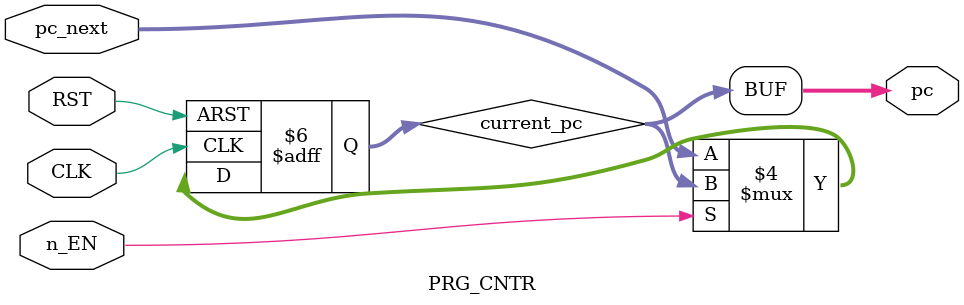
<source format=v>
module PRG_CNTR
#(  parameter N = 32   // Parameter defining the number of bits for the PC counter
)(
    input wire CLK,
    input wire RST,  
    input n_EN,  // Load input for setting a new PC value
    input [N-1: 0] pc_next,  // Input for the next PC value to be loaded
    output wire [N-1: 0] pc  // Output for the current PC value
    );

    reg [N-1: 0] current_pc;   // Register to hold the current PC value

    always @(posedge CLK or negedge RST) begin   // On every positive edge of the clock, or on a negative edge of reset
        if (~RST) begin   // If reset is active (low)
            current_pc <= 0;   // Reset the current PC value to zero
        end
        else if(~n_EN) begin   // If n_EN is active (high)
            current_pc <= pc_next;   // Set the current PC value to the new PC value (pc_next)
        end
    end
    assign pc = current_pc;
endmodule

</source>
